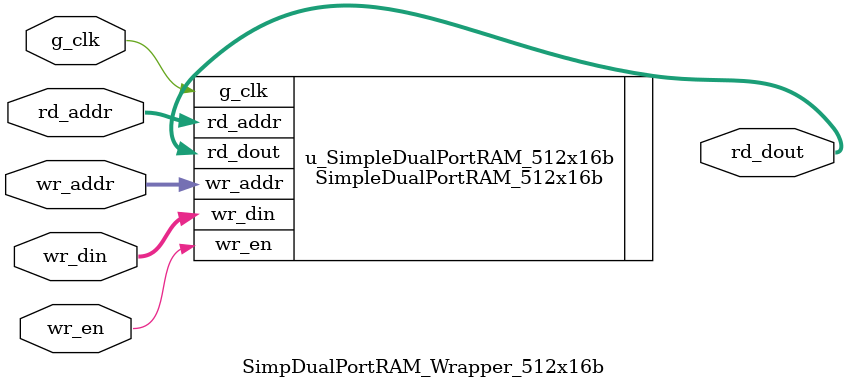
<source format=v>



`timescale 1 ns / 1 ns

module SimpDualPortRAM_Wrapper_512x16b
          (
           g_clk,
           wr_din,
           wr_addr,
           wr_en,
           rd_addr,
           rd_dout
          );


  input   g_clk;
  input   signed [15:0] wr_din;  // int16
  input   [8:0] wr_addr;  // ufix9
  input   wr_en;  // ufix1
  input   [8:0] rd_addr;  // ufix9
  output  signed [15:0] rd_dout;  // int16




  SimpleDualPortRAM_512x16b   u_SimpleDualPortRAM_512x16b   (.g_clk(g_clk),
                                                             .wr_din(wr_din),  // int16
                                                             .wr_addr(wr_addr),  // ufix9
                                                             .wr_en(wr_en),  // ufix1
                                                             .rd_addr(rd_addr),  // ufix9
                                                             .rd_dout(rd_dout)  // int16
                                                             );

endmodule  // SimpDualPortRAM_Wrapper_512x16b


</source>
